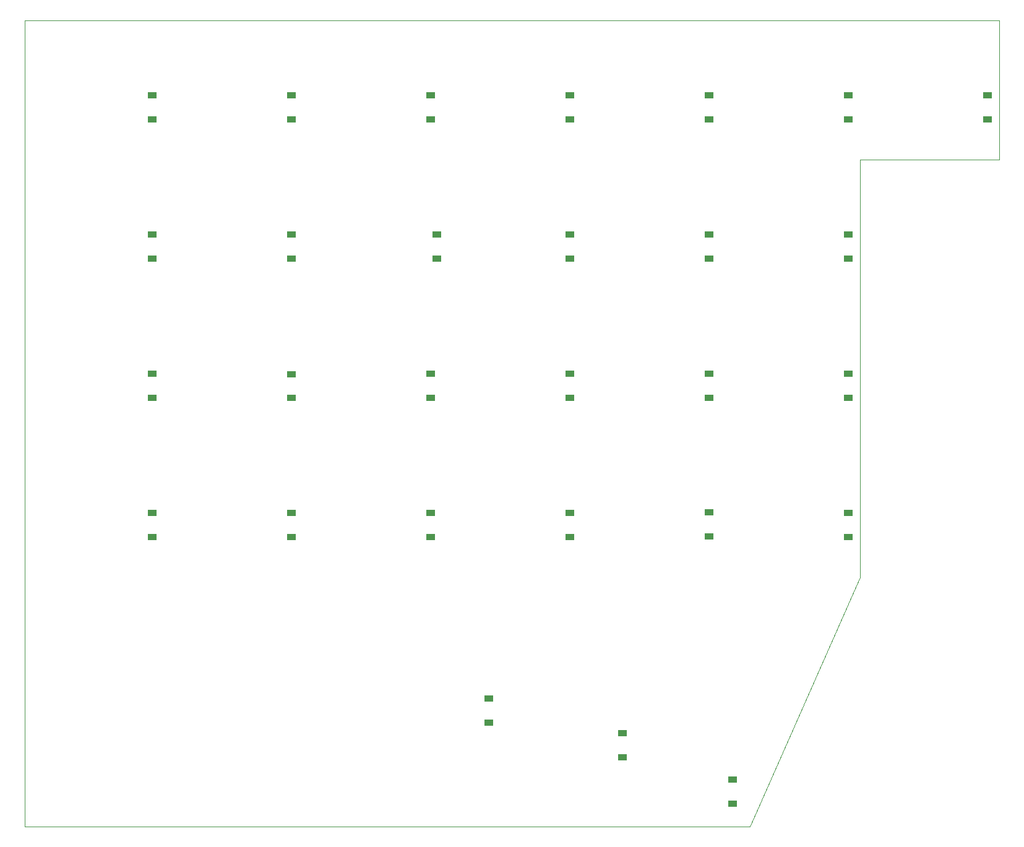
<source format=gbr>
G04 #@! TF.GenerationSoftware,KiCad,Pcbnew,(5.1.4)-1*
G04 #@! TF.CreationDate,2022-03-17T16:03:27-07:00*
G04 #@! TF.ProjectId,Dweebs-Macro-Mini,44776565-6273-42d4-9d61-63726f2d4d69,rev?*
G04 #@! TF.SameCoordinates,Original*
G04 #@! TF.FileFunction,Paste,Bot*
G04 #@! TF.FilePolarity,Positive*
%FSLAX46Y46*%
G04 Gerber Fmt 4.6, Leading zero omitted, Abs format (unit mm)*
G04 Created by KiCad (PCBNEW (5.1.4)-1) date 2022-03-17 16:03:27*
%MOMM*%
%LPD*%
G04 APERTURE LIST*
%ADD10C,0.050000*%
%ADD11R,1.200000X0.900000*%
G04 APERTURE END LIST*
D10*
X73772884Y-150018562D02*
X73818750Y-39687500D01*
X173037500Y-150018750D02*
X188118750Y-115887500D01*
X169068750Y-150018750D02*
X173037500Y-150018750D01*
X169068750Y-150018750D02*
X73772884Y-150018562D01*
X188118750Y-58737500D02*
X188118750Y-115887500D01*
X207168750Y-58737500D02*
X188118750Y-58737500D01*
X207168750Y-39687500D02*
X207168750Y-58737500D01*
X73818750Y-39687500D02*
X207168750Y-39687500D01*
D11*
X170656250Y-143606250D03*
X170656250Y-146906250D03*
X155575000Y-137256250D03*
X155575000Y-140556250D03*
X137318750Y-132493750D03*
X137318750Y-135793750D03*
X186531250Y-107093750D03*
X186531250Y-110393750D03*
X167481250Y-107031250D03*
X167481250Y-110331250D03*
X148431250Y-107093750D03*
X148431250Y-110393750D03*
X129381250Y-107093750D03*
X129381250Y-110393750D03*
X110331250Y-107093750D03*
X110331250Y-110393750D03*
X91281250Y-107093750D03*
X91281250Y-110393750D03*
X186531250Y-88043750D03*
X186531250Y-91343750D03*
X167481250Y-88043750D03*
X167481250Y-91343750D03*
X148431250Y-88043750D03*
X148431250Y-91343750D03*
X129381250Y-88043750D03*
X129381250Y-91343750D03*
X110331250Y-88076250D03*
X110331250Y-91376250D03*
X91281250Y-88043750D03*
X91281250Y-91343750D03*
X186531250Y-68993750D03*
X186531250Y-72293750D03*
X167481250Y-68993750D03*
X167481250Y-72293750D03*
X148431250Y-68993750D03*
X148431250Y-72293750D03*
X130175000Y-68993750D03*
X130175000Y-72293750D03*
X110331250Y-68993750D03*
X110331250Y-72293750D03*
X91281250Y-68993750D03*
X91281250Y-72293750D03*
X205581250Y-49943750D03*
X205581250Y-53243750D03*
X186531250Y-49943750D03*
X186531250Y-53243750D03*
X167481250Y-49943750D03*
X167481250Y-53243750D03*
X148431250Y-49943750D03*
X148431250Y-53243750D03*
X129381250Y-49943750D03*
X129381250Y-53243750D03*
X110331250Y-49943750D03*
X110331250Y-53243750D03*
X91281250Y-49943750D03*
X91281250Y-53243750D03*
M02*

</source>
